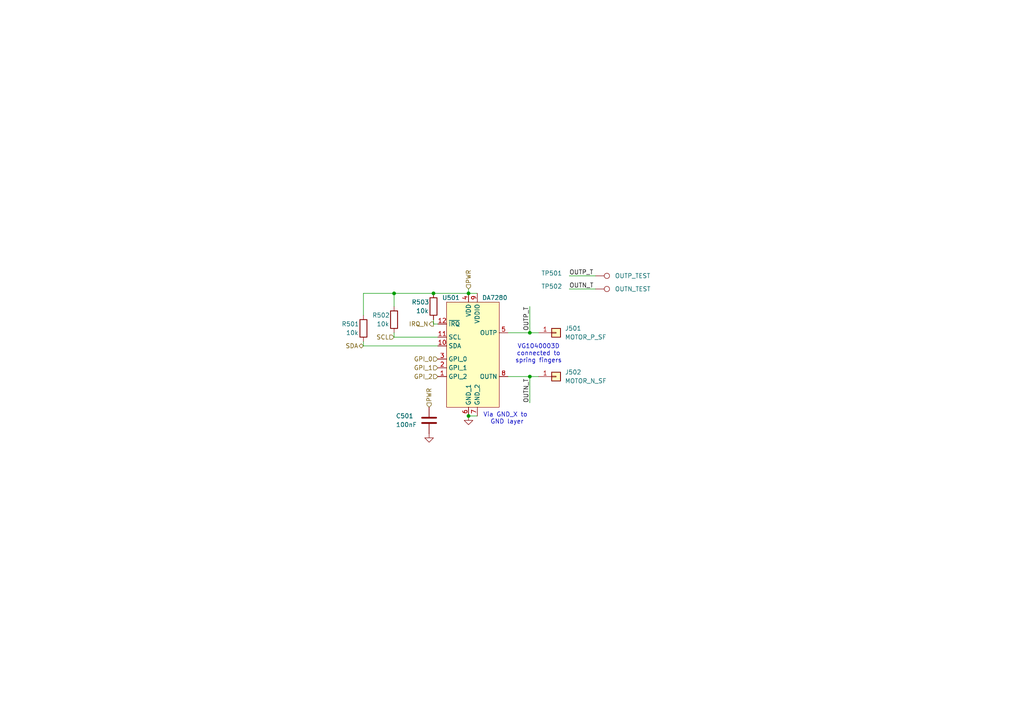
<source format=kicad_sch>
(kicad_sch (version 20231120) (generator "eeschema") (generator_version "8.0")
  (paper "A4")
  (title_block (title "Haptics Module") (date "2024-09-03") (rev "1") (company "Mosaic Labs") (comment 1 "Lucas Merritt"))
  (lib_symbols
    (symbol "Connector:TestPoint" (pin_numbers hide) (pin_names (offset 0.762) hide)
      (property "Reference" "TP" (at 0 6.858 0))
      (property "Value" "TestPoint" (at 0 5.08 0))
      (symbol "TestPoint_0_1"
        (circle (center 0 3.302) (radius 0.762))
      )
      (symbol "TestPoint_1_1"
        (pin passive line (at 0 0 90) (length 2.54) (name "1") (number "1"))
      )
    )
    (symbol "Connector_Generic:Conn_01x01" (pin_names (offset 1.016) hide)
      (property "Reference" "J" (at 0 2.54 0))
      (property "Value" "Conn_01x01" (at 0 -2.54 0))
      (symbol "Conn_01x01_1_1"
        (rectangle (start -1.27 0.127) (end 0 -0.127) (stroke (width 0.1524)))
        (rectangle (start -1.27 1.27) (end 1.27 -1.27) (stroke (width 0.254)) (fill (type background)))
        (pin passive line (at -5.08 0 0) (length 3.81) (name "Pin_1") (number "1"))
      )
    )
    (symbol "Device:C" (pin_numbers hide) (pin_names (offset 0.254))
      (property "Reference" "C" (at 0.635 2.54 0))
      (property "Value" "C" (at 0.635 -2.54 0))
      (symbol "C_0_1"
        (polyline (pts (xy -2.032 -0.762) (xy 2.032 -0.762)) (stroke (width 0.508)))
        (polyline (pts (xy -2.032 0.762) (xy 2.032 0.762)) (stroke (width 0.508)))
      )
      (symbol "C_1_1"
        (pin passive line (at 0 3.81 270) (length 2.794) (name "~") (number "1"))
        (pin passive line (at 0 -3.81 90) (length 2.794) (name "~") (number "2"))
      )
    )
    (symbol "Device:R" (pin_numbers hide) (pin_names (offset 0))
      (property "Reference" "R" (at 2.032 0 90))
      (property "Value" "R" (at 0 0 90))
      (symbol "R_0_1"
        (rectangle (start -1.016 -2.54) (end 1.016 2.54) (stroke (width 0.254)))
      )
      (symbol "R_1_1"
        (pin passive line (at 0 3.81 270) (length 1.27) (name "~") (number "1"))
        (pin passive line (at 0 -3.81 90) (length 1.27) (name "~") (number "2"))
      )
    )
    (symbol "Raven:DA7280"
      (property "Reference" "U" (at -6.858 15.24 0))
      (property "Value" "DA7280-QFN" (at 8.636 15.24 0))
      (symbol "DA7280_1_1"
        (rectangle (start -7.62 13.97) (end 7.62 -16.51) (fill (type background)))
        (pin input line (at -10.16 -7.62 0) (length 2.54) (name "GPI_2") (number "1"))
        (pin bidirectional line (at -10.16 1.27 0) (length 2.54) (name "SDA") (number "10"))
        (pin input line (at -10.16 3.81 0) (length 2.54) (name "SCL") (number "11"))
        (pin output line (at -10.16 7.62 0) (length 2.54) (name "~{IRQ}") (number "12"))
        (pin input line (at -10.16 -5.08 0) (length 2.54) (name "GPI_1") (number "2"))
        (pin input line (at -10.16 -2.54 0) (length 2.54) (name "GPI_0") (number "3"))
        (pin power_in line (at -1.27 16.51 270) (length 2.54) (name "VDD") (number "4"))
        (pin output line (at 10.16 5.08 180) (length 2.54) (name "OUTP") (number "5"))
        (pin power_out line (at -1.27 -19.05 90) (length 2.54) (name "GND_1") (number "6"))
        (pin power_out line (at 1.27 -19.05 90) (length 2.54) (name "GND_2") (number "7"))
        (pin output line (at 10.16 -7.62 180) (length 2.54) (name "OUTN") (number "8"))
        (pin power_in line (at 1.27 16.51 270) (length 2.54) (name "VDDIO") (number "9"))
      )
    )
    (symbol "power:GND" (power) (pin_numbers hide) (pin_names (offset 0) hide)
      (property "Value" "GND" (at 0 -3.81 0))
      (symbol "GND_0_1"
        (polyline (pts (xy 0 0) (xy 0 -1.27) (xy 1.27 -1.27) (xy 0 -2.54) (xy -1.27 -1.27) (xy 0 -1.27)))
      )
      (symbol "GND_1_1"
        (pin power_in line (at 0 0 270) (length 0) (name "~") (number "1"))
      )
    )
  )
  (junction (at 125.73 85.09))
  (junction (at 153.67 109.22))
  (junction (at 135.89 120.65))
  (junction (at 114.3 85.09))
  (junction (at 153.67 96.52))
  (junction (at 135.89 85.09))
  (wire (pts (xy 153.67 109.22) (xy 156.21 109.22)))
  (wire (pts (xy 153.67 88.9) (xy 153.67 96.52)))
  (wire (pts (xy 165.1 83.82) (xy 172.72 83.82)))
  (wire (pts (xy 153.67 109.22) (xy 153.67 116.84)))
  (wire (pts (xy 135.89 120.65) (xy 138.43 120.65)))
  (wire (pts (xy 138.43 85.09) (xy 135.89 85.09)))
  (wire (pts (xy 147.32 109.22) (xy 153.67 109.22)))
  (wire (pts (xy 125.73 85.09) (xy 135.89 85.09)))
  (wire (pts (xy 165.1 80.01) (xy 172.72 80.01)))
  (wire (pts (xy 105.41 85.09) (xy 114.3 85.09)))
  (wire (pts (xy 147.32 96.52) (xy 153.67 96.52)))
  (wire (pts (xy 125.73 93.98) (xy 127 93.98)))
  (wire (pts (xy 114.3 85.09) (xy 125.73 85.09)))
  (wire (pts (xy 114.3 97.79) (xy 127 97.79)))
  (wire (pts (xy 135.89 83.82) (xy 135.89 85.09)))
  (wire (pts (xy 114.3 96.52) (xy 114.3 97.79)))
  (wire (pts (xy 105.41 91.44) (xy 105.41 85.09)))
  (wire (pts (xy 105.41 100.33) (xy 127 100.33)))
  (wire (pts (xy 153.67 96.52) (xy 156.21 96.52)))
  (wire (pts (xy 105.41 99.06) (xy 105.41 100.33)))
  (wire (pts (xy 114.3 88.9) (xy 114.3 85.09)))
  (wire (pts (xy 125.73 92.71) (xy 125.73 93.98)))
  (text "VG1040003D\nconnected to\nspring fingers" (at 156.21 102.616 0) (effects (font (size 1.27 1.27))))
  (text "Via GND_X to \nGND layer" (at 147.066 121.412 0) (effects (font (size 1.27 1.27))))
  (label "OUTN_T" (at 165.1 83.82 0))
  (label "OUTP_T" (at 165.1 80.01 0))
  (label "OUTN_T" (at 153.67 116.84 90))
  (label "OUTP_T" (at 153.67 88.9 270))
  (hierarchical_label "IRQ_N" (shape output) (at 125.73 93.98 180))
  (hierarchical_label "SDA" (shape bidirectional) (at 105.41 100.33 180))
  (hierarchical_label "PWR" (shape input) (at 124.46 118.11 90))
  (hierarchical_label "GPI_0" (shape input) (at 127 104.14 180))
  (hierarchical_label "PWR" (shape input) (at 135.89 83.82 90))
  (hierarchical_label "GPI_2" (shape input) (at 127 109.22 180))
  (hierarchical_label "SCL" (shape input) (at 114.3 97.79 180))
  (hierarchical_label "GPI_1" (shape input) (at 127 106.68 180))
  (symbol (lib_id "Connector_Generic:Conn_01x01") (at 161.29 109.22 0) (unit 1)
    (property "Reference" "J502" (at 163.83 107.9499 0) (effects (justify left)))
    (property "Value" "MOTOR_N_SF" (at 163.83 110.4899 0) (effects (justify left)))
    (property "Footprint" "Raven:TE_2329497-2" (effects (hide yes)))
    (property "Description" "Generic connector, single row, 01x01, script generated (kicad-library-utils/schlib/autogen/connector/)" (effects (hide yes)))
    (property "JLC" "XXXXXX" (effects (hide yes)))
    (property "LCSC" "XXXXXX" (effects (hide yes)))
  )
  (symbol (lib_id "Connector:TestPoint") (at 172.72 83.82 270) (unit 1)
    (property "Reference" "TP502" (at 156.972 83.058 90) (effects (justify left)))
    (property "Value" "OUTN_TEST" (at 178.308 83.82 90) (effects (justify left)))
    (property "Footprint" "TestPoint:TestPoint_Pad_D1.5mm" (effects (hide yes)))
    (property "Description" "test point" (effects (hide yes)))
    (property "JLC" "XXXXXX" (effects (hide yes)))
    (property "LCSC" "XXXXXX" (effects (hide yes)))
  )
  (symbol (lib_id "Connector:TestPoint") (at 172.72 80.01 270) (unit 1)
    (property "Reference" "TP501" (at 156.972 79.248 90) (effects (justify left)))
    (property "Value" "OUTP_TEST" (at 178.308 80.01 90) (effects (justify left)))
    (property "Footprint" "TestPoint:TestPoint_Pad_D1.5mm" (effects (hide yes)))
    (property "Description" "test point" (effects (hide yes)))
    (property "JLC" "XXXXXX" (effects (hide yes)))
    (property "LCSC" "XXXXXX" (effects (hide yes)))
  )
  (symbol (lib_id "Device:C") (at 124.46 121.92 0) (unit 1)
    (property "Reference" "C501" (at 114.808 120.65 0) (effects (justify left)))
    (property "Value" "100nF" (at 114.808 123.19 0) (effects (justify left)))
    (property "Footprint" "Capacitor_SMD:C_0603_1608Metric_Pad1.08x0.95mm_HandSolder" (effects (hide yes)))
    (property "Description" "Unpolarized capacitor" (effects (hide yes)))
    (property "JLC" "0603" (effects (hide yes)))
  )
  (symbol (lib_id "Device:R") (at 105.41 95.25 0) (unit 1)
    (property "Reference" "R501" (at 99.06 93.98 0) (effects (justify left)))
    (property "Value" "10k" (at 100.33 96.52 0) (effects (justify left)))
    (property "Footprint" "Resistor_SMD:R_0603_1608Metric_Pad0.98x0.95mm_HandSolder" (effects (hide yes)))
    (property "Description" "Resistor" (effects (hide yes)))
    (property "JLC" "0603" (effects (hide yes)))
  )
  (symbol (lib_id "power:GND") (at 135.89 120.65 0) (unit 1)
    (property "Reference" "#PWR0502" (effects (hide yes)))
    (property "Value" "GND" (effects (hide yes)))
    (property "Description" "Power symbol creates a global label with name \"GND\" , ground" (effects (hide yes)))
  )
  (symbol (lib_id "Device:R") (at 114.3 92.71 0) (unit 1)
    (property "Reference" "R502" (at 107.95 91.44 0) (effects (justify left)))
    (property "Value" "10k" (at 109.22 93.98 0) (effects (justify left)))
    (property "Footprint" "Resistor_SMD:R_0603_1608Metric_Pad0.98x0.95mm_HandSolder" (effects (hide yes)))
    (property "Description" "Resistor" (effects (hide yes)))
    (property "JLC" "0603" (effects (hide yes)))
  )
  (symbol (lib_id "Device:R") (at 125.73 88.9 0) (unit 1)
    (property "Reference" "R503" (at 119.38 87.63 0) (effects (justify left)))
    (property "Value" "10k" (at 120.65 90.17 0) (effects (justify left)))
    (property "Footprint" "Resistor_SMD:R_0603_1608Metric_Pad0.98x0.95mm_HandSolder" (effects (hide yes)))
    (property "Description" "Resistor" (effects (hide yes)))
    (property "JLC" "0603" (effects (hide yes)))
  )
  (symbol (lib_id "Connector_Generic:Conn_01x01") (at 161.29 96.52 0) (unit 1)
    (property "Reference" "J501" (at 163.83 95.2499 0) (effects (justify left)))
    (property "Value" "MOTOR_P_SF" (at 163.83 97.7899 0) (effects (justify left)))
    (property "Footprint" "Raven:TE_2329497-2" (effects (hide yes)))
    (property "Description" "Generic connector, single row, 01x01, script generated (kicad-library-utils/schlib/autogen/connector/)" (effects (hide yes)))
    (property "JLC" "XXXXXX" (effects (hide yes)))
    (property "LCSC" "XXXXXX" (effects (hide yes)))
  )
  (symbol (lib_id "Raven:DA7280") (at 137.16 101.6 0) (unit 1)
    (property "Reference" "U501" (at 130.81 86.36 0))
    (property "Value" "DA7280" (at 143.51 86.36 0))
    (property "Footprint" "Raven:QFN-12-3x3mm-P0.65mm" (effects (hide yes)))
    (property "Datasheet" "https://www.renesas.com/us/en/document/dst/da7280-datasheet?r=1580651" (effects (hide yes)))
    (property "JLC" "XXXXXX" (effects (hide yes)))
    (property "LCSC" "XXXXXX" (effects (hide yes)))
  )
  (symbol (lib_id "power:GND") (at 124.46 125.73 0) (unit 1)
    (property "Reference" "#PWR0501" (effects (hide yes)))
    (property "Value" "GND" (effects (hide yes)))
    (property "Description" "Power symbol creates a global label with name \"GND\" , ground" (effects (hide yes)))
  )
)
</source>
